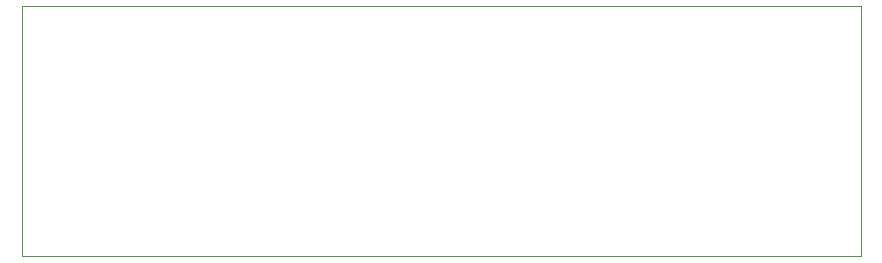
<source format=gbr>
%TF.GenerationSoftware,KiCad,Pcbnew,(6.0.7-1)-1*%
%TF.CreationDate,2024-09-17T13:20:57+05:30*%
%TF.ProjectId,DIY_BMS,4449595f-424d-4532-9e6b-696361645f70,rev?*%
%TF.SameCoordinates,Original*%
%TF.FileFunction,Profile,NP*%
%FSLAX46Y46*%
G04 Gerber Fmt 4.6, Leading zero omitted, Abs format (unit mm)*
G04 Created by KiCad (PCBNEW (6.0.7-1)-1) date 2024-09-17 13:20:57*
%MOMM*%
%LPD*%
G01*
G04 APERTURE LIST*
%TA.AperFunction,Profile*%
%ADD10C,0.100000*%
%TD*%
G04 APERTURE END LIST*
D10*
X124550000Y-87750000D02*
X195600000Y-87750000D01*
X195600000Y-87750000D02*
X195600000Y-108900000D01*
X195600000Y-108900000D02*
X124550000Y-108900000D01*
X124550000Y-108900000D02*
X124550000Y-87750000D01*
M02*

</source>
